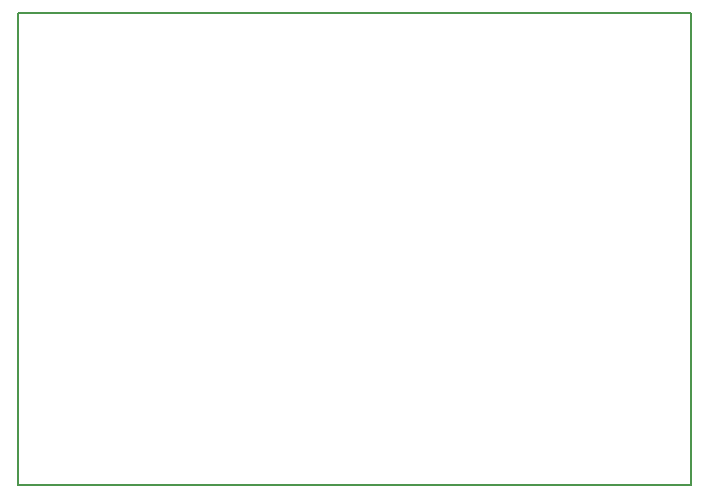
<source format=gbr>
G04 DipTrace 3.2.0.1*
G04 BoardOutline.gbr*
%MOIN*%
G04 #@! TF.FileFunction,Profile*
G04 #@! TF.Part,Single*
%ADD11C,0.005512*%
%FSLAX26Y26*%
G04*
G70*
G90*
G75*
G01*
G04 BoardOutline*
%LPD*%
X393701Y1968504D2*
D11*
X2637795D1*
Y393701D1*
X393701D1*
Y1968504D1*
M02*

</source>
